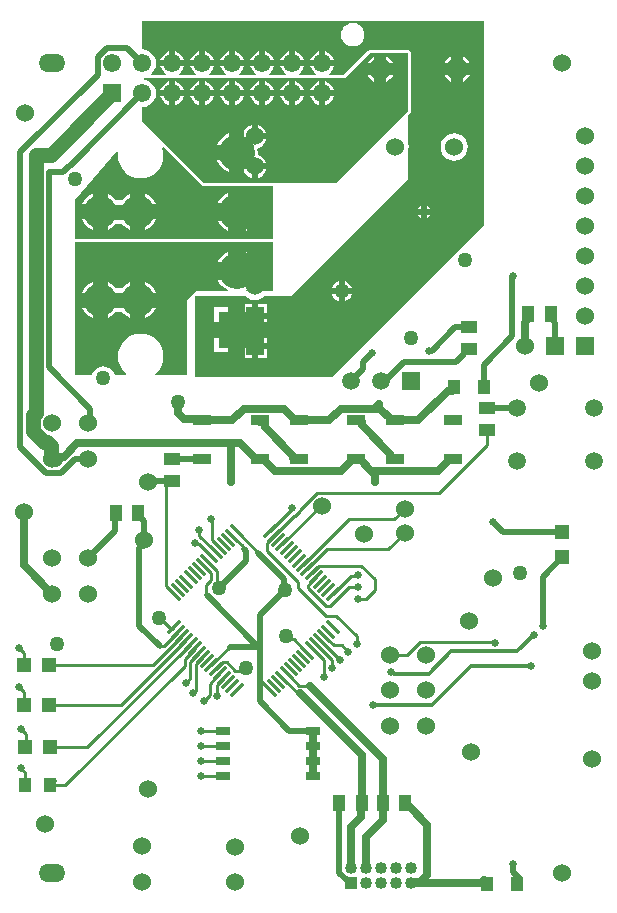
<source format=gtl>
G04*
G04 #@! TF.GenerationSoftware,Altium Limited,Altium Designer,19.1.8 (144)*
G04*
G04 Layer_Physical_Order=1*
G04 Layer_Color=255*
%FSLAX25Y25*%
%MOIN*%
G70*
G01*
G75*
%ADD10C,0.01000*%
%ADD16R,0.04134X0.05512*%
%ADD17R,0.05512X0.04134*%
%ADD18R,0.05906X0.03543*%
%ADD19R,0.05000X0.02992*%
%ADD20R,0.04724X0.04724*%
G04:AMPARAMS|DCode=21|XSize=61.02mil|YSize=11.81mil|CornerRadius=0mil|HoleSize=0mil|Usage=FLASHONLY|Rotation=135.000|XOffset=0mil|YOffset=0mil|HoleType=Round|Shape=Rectangle|*
%AMROTATEDRECTD21*
4,1,4,0.02575,-0.01740,0.01740,-0.02575,-0.02575,0.01740,-0.01740,0.02575,0.02575,-0.01740,0.0*
%
%ADD21ROTATEDRECTD21*%

G04:AMPARAMS|DCode=22|XSize=61.02mil|YSize=11.81mil|CornerRadius=0mil|HoleSize=0mil|Usage=FLASHONLY|Rotation=45.000|XOffset=0mil|YOffset=0mil|HoleType=Round|Shape=Rectangle|*
%AMROTATEDRECTD22*
4,1,4,-0.01740,-0.02575,-0.02575,-0.01740,0.01740,0.02575,0.02575,0.01740,-0.01740,-0.02575,0.0*
%
%ADD22ROTATEDRECTD22*%

%ADD23R,0.04331X0.04724*%
%ADD24R,0.04331X0.04921*%
%ADD25R,0.04724X0.04724*%
%ADD52C,0.02000*%
%ADD53C,0.02500*%
%ADD54C,0.05000*%
%ADD55C,0.01200*%
%ADD56C,0.00800*%
%ADD57O,0.08900X0.06000*%
%ADD58R,0.04000X0.04000*%
%ADD59C,0.04000*%
%ADD60C,0.06000*%
%ADD61C,0.10984*%
%ADD62C,0.05898*%
%ADD63C,0.07284*%
%ADD64C,0.05906*%
%ADD65R,0.05906X0.05906*%
%ADD66R,0.12000X0.12000*%
%ADD67C,0.12000*%
%ADD68R,0.06000X0.06000*%
%ADD69C,0.06102*%
%ADD70R,0.06102X0.06102*%
%ADD71C,0.02500*%
%ADD72C,0.05000*%
G36*
X64779Y244279D02*
X65110Y244058D01*
X65500Y243980D01*
X81445D01*
X81511Y243993D01*
X81579Y243989D01*
X82500Y244110D01*
X83421Y243989D01*
X83489Y243993D01*
X83555Y243980D01*
X88500D01*
Y226520D01*
X22500D01*
Y239500D01*
X36581Y255822D01*
X37019Y255564D01*
X36885Y254201D01*
X37031Y252718D01*
X37463Y251293D01*
X38165Y249979D01*
X39110Y248827D01*
X40262Y247882D01*
X41576Y247180D01*
X43002Y246747D01*
X44484Y246601D01*
X45967Y246747D01*
X47392Y247180D01*
X48706Y247882D01*
X49858Y248827D01*
X50803Y249979D01*
X51505Y251293D01*
X51938Y252718D01*
X52084Y254201D01*
X51938Y255683D01*
X51620Y256731D01*
X52062Y256996D01*
X64779Y244279D01*
D02*
G37*
G36*
X133500Y269000D02*
X109500Y245000D01*
X83555D01*
X82500Y245139D01*
X81445Y245000D01*
X65500D01*
X45000Y265500D01*
Y270409D01*
X46188Y270566D01*
X47295Y271024D01*
X48246Y271754D01*
X48976Y272705D01*
X49434Y273812D01*
X49590Y275000D01*
X49434Y276188D01*
X48976Y277295D01*
X48246Y278246D01*
X47295Y278976D01*
X46188Y279434D01*
X45687Y279500D01*
X45720Y280000D01*
X112500D01*
X121000Y288500D01*
X133500D01*
X133500Y269000D01*
D02*
G37*
G36*
X88500Y209000D02*
X79688D01*
X79563Y209500D01*
X80408Y209951D01*
X81474Y210826D01*
X82349Y211892D01*
X82834Y212800D01*
X76500D01*
X70166D01*
X70652Y211892D01*
X71526Y210826D01*
X72592Y209951D01*
X73437Y209500D01*
X73312Y209000D01*
X63000D01*
X62520Y208520D01*
X62500D01*
X62110Y208442D01*
X61779Y208221D01*
X61558Y207890D01*
X61480Y207500D01*
Y207480D01*
X60000Y206000D01*
Y181000D01*
X49458D01*
X49290Y181471D01*
X49858Y181937D01*
X50803Y183089D01*
X51505Y184403D01*
X51938Y185828D01*
X52084Y187311D01*
X51938Y188794D01*
X51505Y190219D01*
X50803Y191533D01*
X49858Y192685D01*
X48706Y193630D01*
X47392Y194332D01*
X45967Y194765D01*
X44484Y194911D01*
X43002Y194765D01*
X41576Y194332D01*
X40262Y193630D01*
X39110Y192685D01*
X38165Y191533D01*
X37463Y190219D01*
X37031Y188794D01*
X36885Y187311D01*
X37031Y185828D01*
X37463Y184403D01*
X38165Y183089D01*
X39110Y181937D01*
X39679Y181471D01*
X39511Y181000D01*
X35903D01*
X35897Y181044D01*
X35494Y182017D01*
X34853Y182853D01*
X34017Y183494D01*
X33044Y183897D01*
X32000Y184035D01*
X30956Y183897D01*
X29983Y183494D01*
X29147Y182853D01*
X28506Y182017D01*
X28103Y181044D01*
X28097Y181000D01*
X22500D01*
Y225500D01*
X88500D01*
Y209000D01*
D02*
G37*
G36*
X159000Y231000D02*
X108500Y180500D01*
X62500Y180500D01*
X62500Y207500D01*
X79207Y207500D01*
X79291Y207391D01*
X80231Y206669D01*
X81325Y206216D01*
X82500Y206061D01*
X83675Y206216D01*
X84769Y206669D01*
X85709Y207391D01*
X85793Y207500D01*
X94500D01*
X133500Y246500D01*
Y255481D01*
X133684Y255925D01*
X133839Y257100D01*
X133684Y258275D01*
X133500Y258719D01*
X133500Y267558D01*
X134221Y268279D01*
X134442Y268610D01*
X134520Y269000D01*
X134520Y288500D01*
X134442Y288890D01*
X134221Y289221D01*
X133890Y289442D01*
X133500Y289520D01*
X121000D01*
X120610Y289442D01*
X120279Y289221D01*
X112078Y281020D01*
X107255D01*
X107154Y281230D01*
X107119Y281520D01*
X107889Y282111D01*
X108539Y282957D01*
X108947Y283942D01*
X108955Y284000D01*
X101046D01*
X101053Y283942D01*
X101461Y282957D01*
X102111Y282111D01*
X102881Y281520D01*
X102846Y281230D01*
X102745Y281020D01*
X97255D01*
X97154Y281230D01*
X97119Y281520D01*
X97889Y282111D01*
X98539Y282957D01*
X98947Y283942D01*
X98954Y284000D01*
X91045D01*
X91053Y283942D01*
X91461Y282957D01*
X92111Y282111D01*
X92881Y281520D01*
X92846Y281230D01*
X92745Y281020D01*
X87255D01*
X87154Y281230D01*
X87119Y281520D01*
X87889Y282111D01*
X88539Y282957D01*
X88947Y283942D01*
X88955Y284000D01*
X81046D01*
X81053Y283942D01*
X81461Y282957D01*
X82111Y282111D01*
X82881Y281520D01*
X82846Y281230D01*
X82745Y281020D01*
X77255D01*
X77154Y281230D01*
X77119Y281520D01*
X77889Y282111D01*
X78539Y282957D01*
X78947Y283942D01*
X78954Y284000D01*
X71046D01*
X71053Y283942D01*
X71461Y282957D01*
X72111Y282111D01*
X72881Y281520D01*
X72846Y281230D01*
X72745Y281020D01*
X67255D01*
X67154Y281230D01*
X67119Y281520D01*
X67889Y282111D01*
X68539Y282957D01*
X68947Y283942D01*
X68954Y284000D01*
X61045D01*
X61053Y283942D01*
X61461Y282957D01*
X62111Y282111D01*
X62881Y281520D01*
X62846Y281230D01*
X62745Y281020D01*
X57255D01*
X57154Y281230D01*
X57119Y281520D01*
X57889Y282111D01*
X58539Y282957D01*
X58947Y283942D01*
X58955Y284000D01*
X51046D01*
X51053Y283942D01*
X51461Y282957D01*
X52111Y282111D01*
X52881Y281520D01*
X52846Y281230D01*
X52745Y281020D01*
X48110D01*
X47940Y281520D01*
X48246Y281754D01*
X48976Y282705D01*
X49434Y283812D01*
X49590Y285000D01*
X49434Y286188D01*
X48976Y287295D01*
X48246Y288246D01*
X47295Y288976D01*
X46188Y289434D01*
X45000Y289591D01*
Y298980D01*
X159000Y298980D01*
Y231000D01*
D02*
G37*
%LPC*%
G36*
X79500Y241834D02*
Y238500D01*
X82834D01*
X82349Y239408D01*
X81474Y240474D01*
X80408Y241349D01*
X79500Y241834D01*
D02*
G37*
G36*
X73500D02*
X72592Y241349D01*
X71526Y240474D01*
X70652Y239408D01*
X70166Y238500D01*
X73500D01*
Y241834D01*
D02*
G37*
G36*
X46000Y241525D02*
Y238000D01*
X49525D01*
X48924Y239124D01*
X48113Y240113D01*
X47124Y240924D01*
X46000Y241525D01*
D02*
G37*
G36*
X28480D02*
X27356Y240924D01*
X26368Y240113D01*
X25556Y239124D01*
X24955Y238000D01*
X28480D01*
Y241525D01*
D02*
G37*
G36*
X49525Y233000D02*
X46000D01*
Y229475D01*
X47124Y230076D01*
X48113Y230887D01*
X48924Y231876D01*
X49525Y233000D01*
D02*
G37*
G36*
X28480D02*
X24955D01*
X25556Y231876D01*
X26368Y230887D01*
X27356Y230076D01*
X28480Y229475D01*
Y233000D01*
D02*
G37*
G36*
X33480Y241525D02*
Y235500D01*
Y229475D01*
X34605Y230076D01*
X35593Y230887D01*
X36068Y231466D01*
X38413D01*
X38887Y230887D01*
X39876Y230076D01*
X41000Y229475D01*
Y235500D01*
Y241525D01*
X39876Y240924D01*
X38887Y240113D01*
X38413Y239534D01*
X36068D01*
X35593Y240113D01*
X34605Y240924D01*
X33480Y241525D01*
D02*
G37*
G36*
X82834Y232500D02*
X79500D01*
Y229166D01*
X80408Y229651D01*
X81474Y230526D01*
X82349Y231592D01*
X82834Y232500D01*
D02*
G37*
G36*
X73500D02*
X70166D01*
X70652Y231592D01*
X71526Y230526D01*
X72592Y229651D01*
X73500Y229166D01*
Y232500D01*
D02*
G37*
G36*
X126409Y287196D02*
Y285000D01*
X128605D01*
X128464Y285341D01*
X127720Y286311D01*
X126750Y287054D01*
X126409Y287196D01*
D02*
G37*
G36*
X122409D02*
X122069Y287054D01*
X121099Y286311D01*
X120355Y285341D01*
X120214Y285000D01*
X122409D01*
Y287196D01*
D02*
G37*
G36*
X128605Y281000D02*
X126409D01*
Y278804D01*
X126750Y278945D01*
X127720Y279690D01*
X128464Y280659D01*
X128605Y281000D01*
D02*
G37*
G36*
X122409D02*
X120214D01*
X120355Y280659D01*
X121099Y279690D01*
X122069Y278945D01*
X122409Y278804D01*
Y281000D01*
D02*
G37*
G36*
X106000Y278955D02*
Y276000D01*
X108955D01*
X108947Y276058D01*
X108539Y277043D01*
X107889Y277889D01*
X107043Y278539D01*
X106058Y278947D01*
X106000Y278955D01*
D02*
G37*
G36*
X104000D02*
X103942Y278947D01*
X102957Y278539D01*
X102111Y277889D01*
X101461Y277043D01*
X101053Y276058D01*
X101046Y276000D01*
X104000D01*
Y278955D01*
D02*
G37*
G36*
X96000D02*
Y276000D01*
X98954D01*
X98947Y276058D01*
X98539Y277043D01*
X97889Y277889D01*
X97043Y278539D01*
X96058Y278947D01*
X96000Y278955D01*
D02*
G37*
G36*
X94000D02*
X93942Y278947D01*
X92957Y278539D01*
X92111Y277889D01*
X91461Y277043D01*
X91053Y276058D01*
X91045Y276000D01*
X94000D01*
Y278955D01*
D02*
G37*
G36*
X86000D02*
Y276000D01*
X88955D01*
X88947Y276058D01*
X88539Y277043D01*
X87889Y277889D01*
X87043Y278539D01*
X86058Y278947D01*
X86000Y278955D01*
D02*
G37*
G36*
X84000D02*
X83942Y278947D01*
X82957Y278539D01*
X82111Y277889D01*
X81461Y277043D01*
X81053Y276058D01*
X81046Y276000D01*
X84000D01*
Y278955D01*
D02*
G37*
G36*
X76000D02*
Y276000D01*
X78954D01*
X78947Y276058D01*
X78539Y277043D01*
X77889Y277889D01*
X77043Y278539D01*
X76058Y278947D01*
X76000Y278955D01*
D02*
G37*
G36*
X74000D02*
X73942Y278947D01*
X72957Y278539D01*
X72111Y277889D01*
X71461Y277043D01*
X71053Y276058D01*
X71046Y276000D01*
X74000D01*
Y278955D01*
D02*
G37*
G36*
X66000D02*
Y276000D01*
X68954D01*
X68947Y276058D01*
X68539Y277043D01*
X67889Y277889D01*
X67043Y278539D01*
X66058Y278947D01*
X66000Y278955D01*
D02*
G37*
G36*
X64000D02*
X63942Y278947D01*
X62957Y278539D01*
X62111Y277889D01*
X61461Y277043D01*
X61053Y276058D01*
X61045Y276000D01*
X64000D01*
Y278955D01*
D02*
G37*
G36*
X56000D02*
Y276000D01*
X58955D01*
X58947Y276058D01*
X58539Y277043D01*
X57889Y277889D01*
X57043Y278539D01*
X56058Y278947D01*
X56000Y278955D01*
D02*
G37*
G36*
X54000D02*
X53942Y278947D01*
X52957Y278539D01*
X52111Y277889D01*
X51461Y277043D01*
X51053Y276058D01*
X51046Y276000D01*
X54000D01*
Y278955D01*
D02*
G37*
G36*
X108955Y274000D02*
X106000D01*
Y271045D01*
X106058Y271053D01*
X107043Y271461D01*
X107889Y272111D01*
X108539Y272957D01*
X108947Y273942D01*
X108955Y274000D01*
D02*
G37*
G36*
X104000D02*
X101046D01*
X101053Y273942D01*
X101461Y272957D01*
X102111Y272111D01*
X102957Y271461D01*
X103942Y271053D01*
X104000Y271045D01*
Y274000D01*
D02*
G37*
G36*
X98954D02*
X96000D01*
Y271045D01*
X96058Y271053D01*
X97043Y271461D01*
X97889Y272111D01*
X98539Y272957D01*
X98947Y273942D01*
X98954Y274000D01*
D02*
G37*
G36*
X94000D02*
X91045D01*
X91053Y273942D01*
X91461Y272957D01*
X92111Y272111D01*
X92957Y271461D01*
X93942Y271053D01*
X94000Y271045D01*
Y274000D01*
D02*
G37*
G36*
X88955D02*
X86000D01*
Y271045D01*
X86058Y271053D01*
X87043Y271461D01*
X87889Y272111D01*
X88539Y272957D01*
X88947Y273942D01*
X88955Y274000D01*
D02*
G37*
G36*
X84000D02*
X81046D01*
X81053Y273942D01*
X81461Y272957D01*
X82111Y272111D01*
X82957Y271461D01*
X83942Y271053D01*
X84000Y271045D01*
Y274000D01*
D02*
G37*
G36*
X78954D02*
X76000D01*
Y271045D01*
X76058Y271053D01*
X77043Y271461D01*
X77889Y272111D01*
X78539Y272957D01*
X78947Y273942D01*
X78954Y274000D01*
D02*
G37*
G36*
X74000D02*
X71046D01*
X71053Y273942D01*
X71461Y272957D01*
X72111Y272111D01*
X72957Y271461D01*
X73942Y271053D01*
X74000Y271045D01*
Y274000D01*
D02*
G37*
G36*
X68954D02*
X66000D01*
Y271045D01*
X66058Y271053D01*
X67043Y271461D01*
X67889Y272111D01*
X68539Y272957D01*
X68947Y273942D01*
X68954Y274000D01*
D02*
G37*
G36*
X64000D02*
X61045D01*
X61053Y273942D01*
X61461Y272957D01*
X62111Y272111D01*
X62957Y271461D01*
X63942Y271053D01*
X64000Y271045D01*
Y274000D01*
D02*
G37*
G36*
X58955D02*
X56000D01*
Y271045D01*
X56058Y271053D01*
X57043Y271461D01*
X57889Y272111D01*
X58539Y272957D01*
X58947Y273942D01*
X58955Y274000D01*
D02*
G37*
G36*
X54000D02*
X51046D01*
X51053Y273942D01*
X51461Y272957D01*
X52111Y272111D01*
X52957Y271461D01*
X53942Y271053D01*
X54000Y271045D01*
Y274000D01*
D02*
G37*
G36*
X83500Y264503D02*
Y261600D01*
X86403D01*
X86397Y261644D01*
X85994Y262617D01*
X85353Y263453D01*
X84517Y264094D01*
X83544Y264497D01*
X83500Y264503D01*
D02*
G37*
G36*
X74000Y261757D02*
X73808Y261699D01*
X72592Y261049D01*
X71526Y260174D01*
X70652Y259108D01*
X70002Y257892D01*
X69943Y257700D01*
X74000D01*
Y261757D01*
D02*
G37*
G36*
Y252700D02*
X69943D01*
X70002Y252508D01*
X70652Y251292D01*
X71526Y250226D01*
X72592Y249352D01*
X73808Y248702D01*
X74000Y248643D01*
Y252700D01*
D02*
G37*
G36*
X86403Y249600D02*
X83500D01*
Y246697D01*
X83544Y246703D01*
X84517Y247106D01*
X85353Y247747D01*
X85994Y248583D01*
X86397Y249556D01*
X86403Y249600D01*
D02*
G37*
G36*
X81500Y264503D02*
X81456Y264497D01*
X80483Y264094D01*
X79647Y263453D01*
X79006Y262617D01*
X79000Y262603D01*
Y255200D01*
Y248597D01*
X79006Y248583D01*
X79647Y247747D01*
X80483Y247106D01*
X81456Y246703D01*
X81500Y246697D01*
Y250600D01*
X82500D01*
Y251600D01*
X86403D01*
X86397Y251644D01*
X85994Y252617D01*
X85353Y253453D01*
X84517Y254094D01*
X83544Y254497D01*
X83466Y254507D01*
X83534Y255200D01*
X83399Y256572D01*
X83477Y256694D01*
X83544Y256703D01*
X84517Y257106D01*
X85353Y257747D01*
X85994Y258583D01*
X86397Y259556D01*
X86403Y259600D01*
X82500D01*
Y260600D01*
X81500D01*
Y264503D01*
D02*
G37*
G36*
X79500Y222134D02*
Y218800D01*
X82834D01*
X82349Y219708D01*
X81474Y220774D01*
X80408Y221649D01*
X79500Y222134D01*
D02*
G37*
G36*
X73500D02*
X72592Y221649D01*
X71526Y220774D01*
X70652Y219708D01*
X70166Y218800D01*
X73500D01*
Y222134D01*
D02*
G37*
G36*
X46000Y212037D02*
Y208512D01*
X49525D01*
X48924Y209636D01*
X48113Y210625D01*
X47124Y211436D01*
X46000Y212037D01*
D02*
G37*
G36*
X28480D02*
X27356Y211436D01*
X26368Y210625D01*
X25556Y209636D01*
X24955Y208512D01*
X28480D01*
Y212037D01*
D02*
G37*
G36*
X49525Y203512D02*
X46000D01*
Y199987D01*
X47124Y200588D01*
X48113Y201399D01*
X48924Y202387D01*
X49525Y203512D01*
D02*
G37*
G36*
X28480D02*
X24955D01*
X25556Y202387D01*
X26368Y201399D01*
X27356Y200588D01*
X28480Y199987D01*
Y203512D01*
D02*
G37*
G36*
X33480Y212037D02*
Y206012D01*
Y199987D01*
X34605Y200588D01*
X35593Y201399D01*
X36068Y201977D01*
X38413D01*
X38887Y201399D01*
X39876Y200588D01*
X41000Y199987D01*
Y206012D01*
Y212037D01*
X39876Y211436D01*
X38887Y210625D01*
X38413Y210046D01*
X36068D01*
X35593Y210625D01*
X34605Y211436D01*
X33480Y212037D01*
D02*
G37*
G36*
X115157Y298392D02*
X114149Y298259D01*
X113210Y297870D01*
X112403Y297251D01*
X111784Y296444D01*
X111395Y295504D01*
X111262Y294496D01*
X111395Y293488D01*
X111784Y292548D01*
X112403Y291741D01*
X113210Y291122D01*
X114149Y290733D01*
X115157Y290600D01*
X116166Y290733D01*
X117105Y291122D01*
X117912Y291741D01*
X118531Y292548D01*
X118920Y293488D01*
X119053Y294496D01*
X118920Y295504D01*
X118531Y296444D01*
X117912Y297251D01*
X117105Y297870D01*
X116166Y298259D01*
X115157Y298392D01*
D02*
G37*
G36*
X106000Y288954D02*
Y286000D01*
X108955D01*
X108947Y286058D01*
X108539Y287043D01*
X107889Y287889D01*
X107043Y288539D01*
X106058Y288947D01*
X106000Y288954D01*
D02*
G37*
G36*
X104000D02*
X103942Y288947D01*
X102957Y288539D01*
X102111Y287889D01*
X101461Y287043D01*
X101053Y286058D01*
X101046Y286000D01*
X104000D01*
Y288954D01*
D02*
G37*
G36*
X96000D02*
Y286000D01*
X98954D01*
X98947Y286058D01*
X98539Y287043D01*
X97889Y287889D01*
X97043Y288539D01*
X96058Y288947D01*
X96000Y288954D01*
D02*
G37*
G36*
X94000D02*
X93942Y288947D01*
X92957Y288539D01*
X92111Y287889D01*
X91461Y287043D01*
X91053Y286058D01*
X91045Y286000D01*
X94000D01*
Y288954D01*
D02*
G37*
G36*
X86000D02*
Y286000D01*
X88955D01*
X88947Y286058D01*
X88539Y287043D01*
X87889Y287889D01*
X87043Y288539D01*
X86058Y288947D01*
X86000Y288954D01*
D02*
G37*
G36*
X84000D02*
X83942Y288947D01*
X82957Y288539D01*
X82111Y287889D01*
X81461Y287043D01*
X81053Y286058D01*
X81046Y286000D01*
X84000D01*
Y288954D01*
D02*
G37*
G36*
X76000D02*
Y286000D01*
X78954D01*
X78947Y286058D01*
X78539Y287043D01*
X77889Y287889D01*
X77043Y288539D01*
X76058Y288947D01*
X76000Y288954D01*
D02*
G37*
G36*
X74000D02*
X73942Y288947D01*
X72957Y288539D01*
X72111Y287889D01*
X71461Y287043D01*
X71053Y286058D01*
X71046Y286000D01*
X74000D01*
Y288954D01*
D02*
G37*
G36*
X66000D02*
Y286000D01*
X68954D01*
X68947Y286058D01*
X68539Y287043D01*
X67889Y287889D01*
X67043Y288539D01*
X66058Y288947D01*
X66000Y288954D01*
D02*
G37*
G36*
X64000D02*
X63942Y288947D01*
X62957Y288539D01*
X62111Y287889D01*
X61461Y287043D01*
X61053Y286058D01*
X61045Y286000D01*
X64000D01*
Y288954D01*
D02*
G37*
G36*
X56000D02*
Y286000D01*
X58955D01*
X58947Y286058D01*
X58539Y287043D01*
X57889Y287889D01*
X57043Y288539D01*
X56058Y288947D01*
X56000Y288954D01*
D02*
G37*
G36*
X54000D02*
X53942Y288947D01*
X52957Y288539D01*
X52111Y287889D01*
X51461Y287043D01*
X51053Y286058D01*
X51046Y286000D01*
X54000D01*
Y288954D01*
D02*
G37*
G36*
X152000Y287196D02*
Y285000D01*
X154196D01*
X154054Y285341D01*
X153311Y286311D01*
X152341Y287054D01*
X152000Y287196D01*
D02*
G37*
G36*
X148000D02*
X147659Y287054D01*
X146689Y286311D01*
X145946Y285341D01*
X145804Y285000D01*
X148000D01*
Y287196D01*
D02*
G37*
G36*
X154196Y281000D02*
X152000D01*
Y278804D01*
X152341Y278945D01*
X153311Y279690D01*
X154054Y280659D01*
X154196Y281000D01*
D02*
G37*
G36*
X148000D02*
X145804D01*
X145946Y280659D01*
X146689Y279690D01*
X147659Y278945D01*
X148000Y278804D01*
Y281000D01*
D02*
G37*
G36*
X149000Y261639D02*
X147825Y261484D01*
X146731Y261031D01*
X145791Y260309D01*
X145069Y259369D01*
X144616Y258275D01*
X144461Y257100D01*
X144616Y255925D01*
X145069Y254831D01*
X145791Y253891D01*
X146731Y253169D01*
X147825Y252716D01*
X149000Y252561D01*
X150175Y252716D01*
X151269Y253169D01*
X152209Y253891D01*
X152931Y254831D01*
X153384Y255925D01*
X153539Y257100D01*
X153384Y258275D01*
X152931Y259369D01*
X152209Y260309D01*
X151269Y261031D01*
X150175Y261484D01*
X149000Y261639D01*
D02*
G37*
G36*
X140000Y237538D02*
Y236500D01*
X141038D01*
X140622Y237122D01*
X140000Y237538D01*
D02*
G37*
G36*
X138000D02*
X137378Y237122D01*
X136962Y236500D01*
X138000D01*
Y237538D01*
D02*
G37*
G36*
X141038Y234500D02*
X140000D01*
Y233462D01*
X140622Y233878D01*
X141038Y234500D01*
D02*
G37*
G36*
X138000D02*
X136962D01*
X137378Y233878D01*
X138000Y233462D01*
Y234500D01*
D02*
G37*
G36*
X112500Y212374D02*
Y210000D01*
X114874D01*
X114557Y210765D01*
X113996Y211496D01*
X113265Y212057D01*
X112500Y212374D01*
D02*
G37*
G36*
X110500D02*
X109735Y212057D01*
X109004Y211496D01*
X108443Y210765D01*
X108126Y210000D01*
X110500D01*
Y212374D01*
D02*
G37*
G36*
X114874Y208000D02*
X112500D01*
Y205626D01*
X113265Y205943D01*
X113996Y206504D01*
X114557Y207235D01*
X114874Y208000D01*
D02*
G37*
G36*
X110500D02*
X108126D01*
X108443Y207235D01*
X109004Y206504D01*
X109735Y205943D01*
X110500Y205626D01*
Y208000D01*
D02*
G37*
G36*
X86500Y204600D02*
X83500D01*
Y201600D01*
X86500D01*
Y204600D01*
D02*
G37*
G36*
X81500D02*
X79250D01*
Y198850D01*
X86500D01*
Y199600D01*
X82500D01*
Y200600D01*
X81500D01*
Y204600D01*
D02*
G37*
G36*
X73750Y203600D02*
X69000D01*
Y198850D01*
X73750D01*
Y203600D01*
D02*
G37*
G36*
Y193350D02*
X69000D01*
Y188600D01*
X73750D01*
Y193350D01*
D02*
G37*
G36*
X86500Y189600D02*
X83500D01*
Y186600D01*
X86500D01*
Y189600D01*
D02*
G37*
G36*
Y193350D02*
X79250D01*
Y186600D01*
X81500D01*
Y190600D01*
X82500D01*
Y191600D01*
X86500D01*
Y193350D01*
D02*
G37*
%LPD*%
D10*
X95000Y136379D02*
Y136736D01*
X87568Y128947D02*
X95000Y136379D01*
X50750Y100000D02*
X51000D01*
X54746Y96254D01*
X54874D01*
X55553Y96932D01*
X79500Y83139D02*
Y83500D01*
X76086Y82553D02*
X78914D01*
X73143Y85496D02*
X76086Y82553D01*
X78914D02*
X79500Y83139D01*
X70000Y110500D02*
X70500Y110000D01*
X70000Y110500D02*
Y115892D01*
X66689Y119203D02*
X70000Y115892D01*
X72066Y85496D02*
X73143D01*
X69583Y83013D02*
X72066Y85496D01*
X69473Y83013D02*
X69583D01*
X93000Y94000D02*
X93957Y93043D01*
X95632D01*
X100095Y88581D01*
X75040Y127555D02*
X78500Y124095D01*
Y123500D02*
Y124095D01*
Y123500D02*
X79000Y123000D01*
X100095Y88470D02*
Y88581D01*
X69773Y74227D02*
X70000Y74000D01*
X69773Y74227D02*
Y77636D01*
X72256Y80119D01*
Y80229D01*
X65500Y72500D02*
X67450Y74450D01*
Y78206D01*
X70864Y81621D01*
X55553Y108068D02*
Y108178D01*
X53070Y110661D02*
X55553Y108178D01*
X53070Y110661D02*
Y144193D01*
X54637Y145760D01*
X55000D01*
X116500Y91432D02*
Y94000D01*
X109693Y100807D02*
X116500Y94000D01*
X159311Y162760D02*
X160000Y162071D01*
X86476Y122523D02*
X96796Y112204D01*
Y110204D02*
Y112204D01*
X86476Y124961D02*
X88960Y127445D01*
X86476Y122523D02*
Y124961D01*
X96796Y110204D02*
X106193Y100807D01*
X109693D01*
X88960Y127445D02*
Y127555D01*
X122176Y141700D02*
X143904D01*
X122076Y141800D02*
X122176Y141700D01*
X103219Y141800D02*
X122076D01*
X143904Y141700D02*
X160000Y157796D01*
Y162071D01*
X97550Y135679D02*
Y136131D01*
X96056Y134186D02*
X97550Y135679D01*
X95686Y134186D02*
X96056D01*
X89055Y127555D02*
X95686Y134186D01*
X88960Y127555D02*
X89055D01*
X97550Y136131D02*
X103219Y141800D01*
X159311Y162760D02*
X160000D01*
X52205Y90800D02*
X56945Y95540D01*
X51547Y90800D02*
X52205D01*
X50770Y90730D02*
X51477D01*
X51547Y90800D01*
X64539Y47461D02*
X64579Y47500D01*
X72000D01*
X64539Y52461D02*
X64579Y52500D01*
X72000D01*
X64539Y57461D02*
X64579Y57500D01*
X72000D01*
X64500Y62500D02*
X72000D01*
X4000Y90000D02*
X5732Y88268D01*
Y84300D02*
Y88268D01*
X4000Y77000D02*
X5732Y75268D01*
Y71000D02*
Y75268D01*
X6232Y57300D02*
Y59300D01*
Y61268D01*
X4500Y63000D02*
X6232Y61268D01*
X4500Y50000D02*
X6036Y48464D01*
Y44300D02*
Y48464D01*
X141392Y92000D02*
X162500D01*
X141281Y92111D02*
X141392Y92000D01*
X137719Y92111D02*
X141281D01*
X133419Y87811D02*
X137719Y92111D01*
X127689Y87811D02*
X133419D01*
X98843Y77500D02*
X101000D01*
X98792Y77550D02*
X98843Y77500D01*
X97206Y77550D02*
X98792D01*
X93136Y81621D02*
X97206Y77550D01*
X96973Y75000D02*
X97736D01*
X91744Y80229D02*
X96973Y75000D01*
X91744Y124771D02*
X104473Y137500D01*
X105000D01*
X107693Y104193D02*
X114000Y110500D01*
X117000D01*
X106169Y104193D02*
X107693D01*
X103385Y106976D02*
X106169Y104193D01*
X103385Y106976D02*
X103385D01*
X100396Y109965D02*
X103385Y106976D01*
X100396Y109965D02*
Y111042D01*
X102879Y113525D01*
Y113636D01*
X61014Y85579D02*
X63905Y88470D01*
X61014Y80092D02*
Y85579D01*
X63905Y88470D02*
Y88581D01*
X59461Y78539D02*
X61014Y80092D01*
X62814Y84595D02*
X65226Y87007D01*
X62814Y75814D02*
Y84595D01*
X65226Y87007D02*
Y87007D01*
X62000Y75000D02*
X62814Y75814D01*
X114592Y114213D02*
X116713D01*
X108447Y108068D02*
X114592Y114213D01*
X116713D02*
X117000Y114500D01*
X14000Y84300D02*
X48489D01*
X58337Y94148D01*
X14134Y57000D02*
X26756D01*
X61121Y91364D01*
X14000Y71000D02*
X37973D01*
X59729Y92756D01*
X59214Y86563D02*
X62513Y89862D01*
X19340Y44300D02*
X59214Y84173D01*
Y86563D01*
X62513Y89862D02*
Y89973D01*
X14303Y44300D02*
X19340D01*
X68081Y84405D02*
X74176Y90500D01*
X66200Y107926D02*
Y111074D01*
Y107926D02*
X66500Y107626D01*
X84121Y79500D02*
X87568Y76053D01*
X65297Y117701D02*
Y117811D01*
X67780Y112654D02*
Y115218D01*
X66200Y111074D02*
X67780Y112654D01*
X65297Y117701D02*
X67780Y115218D01*
X76432Y128947D02*
X83500Y121879D01*
X63963Y124713D02*
X68081Y120595D01*
X62787Y124713D02*
X63963D01*
X62500Y125000D02*
X62787Y124713D01*
X64000Y127460D02*
Y129500D01*
Y127460D02*
X69473Y121987D01*
X68000Y132594D02*
Y133000D01*
Y132594D02*
X68381Y132213D01*
Y125972D02*
Y132213D01*
Y125972D02*
X70864Y123489D01*
Y123379D02*
Y123489D01*
X119500Y106500D02*
X122500Y109500D01*
X117000Y106500D02*
X119500D01*
X122500Y109500D02*
Y113000D01*
X117989Y117511D02*
X122500Y113000D01*
X104081Y117511D02*
X117989D01*
X101597Y115027D02*
X104081Y117511D01*
X101487Y115027D02*
X101597D01*
X101487Y114917D02*
Y115027D01*
X111491Y90930D02*
X113711Y88711D01*
X108881Y90930D02*
X111491D01*
X105663Y94148D02*
X108881Y90930D01*
X108070Y88930D02*
X111000Y86000D01*
X108053Y88930D02*
X108070D01*
X104249Y92734D02*
X108053Y88930D01*
X108289Y83289D02*
Y85954D01*
X102879Y91364D02*
X108289Y85954D01*
X105539Y80618D02*
Y85920D01*
X101487Y89973D02*
X105539Y85920D01*
Y80618D02*
X105579Y80579D01*
X113892Y133000D02*
X129000D01*
X132500Y136500D01*
X98703Y117811D02*
X113892Y133000D01*
X106676Y123000D02*
X127000D01*
X132500Y128500D01*
X100095Y116419D02*
X106676Y123000D01*
D16*
X132740Y38500D02*
D03*
X125260D02*
D03*
X118240D02*
D03*
X110760D02*
D03*
X36260Y135000D02*
D03*
X43740D02*
D03*
X181240Y201500D02*
D03*
X173760D02*
D03*
D17*
X154000Y197240D02*
D03*
Y189760D02*
D03*
X160000Y170240D02*
D03*
Y162760D02*
D03*
X55000Y145760D02*
D03*
Y153240D02*
D03*
D18*
X84146Y153004D02*
D03*
Y165996D02*
D03*
X64854D02*
D03*
Y153004D02*
D03*
X116396D02*
D03*
Y165996D02*
D03*
X97104D02*
D03*
Y153004D02*
D03*
X148646Y153004D02*
D03*
Y165996D02*
D03*
X129354D02*
D03*
Y153004D02*
D03*
D19*
X102000Y62500D02*
D03*
Y57500D02*
D03*
Y52500D02*
D03*
Y47500D02*
D03*
X72000D02*
D03*
Y52500D02*
D03*
Y57500D02*
D03*
Y62500D02*
D03*
D20*
X185000Y128634D02*
D03*
Y120366D02*
D03*
D21*
X55553Y108068D02*
D03*
X56945Y109460D02*
D03*
X58337Y110852D02*
D03*
X59729Y112244D02*
D03*
X61121Y113636D02*
D03*
X62513Y115027D02*
D03*
X63905Y116419D02*
D03*
X65297Y117811D02*
D03*
X66689Y119203D02*
D03*
X68081Y120595D02*
D03*
X69473Y121987D02*
D03*
X70864Y123379D02*
D03*
X72256Y124771D02*
D03*
X73648Y126163D02*
D03*
X75040Y127555D02*
D03*
X76432Y128947D02*
D03*
X108447Y96932D02*
D03*
X107055Y95540D02*
D03*
X105663Y94148D02*
D03*
X104271Y92756D02*
D03*
X102879Y91364D02*
D03*
X101487Y89973D02*
D03*
X100095Y88581D02*
D03*
X98703Y87189D02*
D03*
X97311Y85797D02*
D03*
X95919Y84405D02*
D03*
X94527Y83013D02*
D03*
X93136Y81621D02*
D03*
X91744Y80229D02*
D03*
X90352Y78837D02*
D03*
X88960Y77445D02*
D03*
X87568Y76053D02*
D03*
D22*
Y128947D02*
D03*
X88960Y127555D02*
D03*
X90352Y126163D02*
D03*
X91744Y124771D02*
D03*
X93136Y123379D02*
D03*
X94527Y121987D02*
D03*
X95919Y120595D02*
D03*
X97311Y119203D02*
D03*
X98703Y117811D02*
D03*
X100095Y116419D02*
D03*
X101487Y115027D02*
D03*
X102879Y113636D02*
D03*
X104271Y112244D02*
D03*
X105663Y110852D02*
D03*
X107055Y109460D02*
D03*
X108447Y108068D02*
D03*
X76432Y76053D02*
D03*
X75040Y77445D02*
D03*
X73648Y78837D02*
D03*
X72256Y80229D02*
D03*
X70864Y81621D02*
D03*
X69473Y83013D02*
D03*
X68081Y84405D02*
D03*
X66689Y85797D02*
D03*
X65297Y87189D02*
D03*
X63905Y88581D02*
D03*
X62513Y89973D02*
D03*
X61121Y91364D02*
D03*
X59729Y92756D02*
D03*
X58337Y94148D02*
D03*
X56945Y95540D02*
D03*
X55553Y96932D02*
D03*
D23*
X6036Y44300D02*
D03*
X14303D02*
D03*
D24*
X158921Y177000D02*
D03*
X149079D02*
D03*
X169842Y11500D02*
D03*
X160000D02*
D03*
D25*
X5732Y84300D02*
D03*
X14000D02*
D03*
X5732Y71000D02*
D03*
X14000D02*
D03*
X5866Y57000D02*
D03*
X14134D02*
D03*
D52*
X149500Y185260D02*
X152244Y188004D01*
Y188693D01*
X153311Y189760D01*
X154000D01*
X141596Y189096D02*
X149416Y196916D01*
X140596Y189096D02*
X141596D01*
X149416Y196916D02*
X153675D01*
X154000Y197240D01*
X140500Y189000D02*
X140596Y189096D01*
X158921Y177000D02*
Y184514D01*
X132309Y185260D02*
X149500D01*
X126392Y179343D02*
X132309Y185260D01*
X124843Y179343D02*
X126392D01*
X124500Y179000D02*
X124843Y179343D01*
X118500Y183000D02*
Y185500D01*
X121500Y188500D01*
X114500Y179000D02*
X118500Y183000D01*
X84121Y72379D02*
Y79500D01*
X168404Y213904D02*
X168500Y214000D01*
X158921Y184514D02*
X168404Y193997D01*
X168500Y15516D02*
Y18000D01*
Y15516D02*
X171008Y13008D01*
Y12665D02*
Y13008D01*
X30149Y281230D02*
Y287009D01*
X4400Y255481D02*
X30149Y281230D01*
X33139Y290000D02*
X40000D01*
X45000Y285000D01*
X30149Y287009D02*
X33139Y290000D01*
X13811Y248811D02*
X18730D01*
X20719Y250800D01*
X20800D01*
X45000Y275000D01*
X44420Y284420D02*
X45000Y285000D01*
X27622Y165012D02*
Y169878D01*
X113500Y12717D02*
X114500Y11717D01*
X113126Y12717D02*
X113500D01*
X110700Y15143D02*
X113126Y12717D01*
X110700Y15143D02*
Y38440D01*
X110760Y38500D01*
X4400Y157012D02*
X13012Y148401D01*
X4400Y157012D02*
Y255481D01*
X22599Y153201D02*
X26811D01*
X13811Y183689D02*
Y248811D01*
X55236Y153004D02*
X64854D01*
X70500Y110000D02*
X79500Y119000D01*
X79000Y123000D02*
X79500Y122500D01*
Y119000D02*
Y122500D01*
X47260Y145760D02*
X54637D01*
X47000Y145500D02*
X47260Y145760D01*
X44000Y97500D02*
Y123418D01*
X45500Y124918D01*
Y126000D01*
Y132551D01*
X43740Y134311D02*
X45500Y132551D01*
X43740Y134311D02*
Y135000D01*
X44000Y97500D02*
X50770Y90730D01*
X55000Y153240D02*
X55236Y153004D01*
X160000Y170240D02*
X160240Y170000D01*
X170000D01*
X178500Y113866D02*
X185000Y120366D01*
X178500Y97500D02*
Y113866D01*
X185000Y120366D02*
Y120500D01*
X169842Y11500D02*
X171008Y12665D01*
X168404Y193997D02*
Y213904D01*
X26811Y120000D02*
X35988Y129177D01*
Y134728D01*
X165366Y128634D02*
X185000D01*
X162000Y132000D02*
X165366Y128634D01*
X14303Y44497D02*
X15469Y45662D01*
X74176Y90500D02*
X83626D01*
X84121D01*
Y79500D02*
Y90500D01*
X66500Y107626D02*
X83626Y90500D01*
X84121D02*
Y101121D01*
Y72379D02*
X94000Y62500D01*
X84121Y101121D02*
X92500Y109500D01*
X92300Y109699D02*
X92500Y109500D01*
X94000Y62500D02*
X102000D01*
X83500Y121879D02*
X92300Y113079D01*
Y109699D02*
Y113079D01*
X182307Y198765D02*
Y200433D01*
X182500Y190600D02*
Y198573D01*
X182307Y198765D02*
X182500Y198573D01*
X181240Y201500D02*
X182307Y200433D01*
X13012Y148401D02*
X17799D01*
X22599Y153201D01*
X13811Y183689D02*
X27622Y169878D01*
D53*
X136996Y165996D02*
X146789Y175789D01*
X148163D01*
X149079Y176705D01*
Y177000D01*
X122500Y149182D02*
X143643D01*
X122500Y169818D02*
X124352D01*
X172943Y200683D02*
X173760Y201500D01*
X172943Y198972D02*
Y200683D01*
X172500Y198530D02*
X172943Y198972D01*
X172500Y190600D02*
Y198530D01*
X122500Y169818D02*
X124000Y171318D01*
X159892Y11608D02*
X160000Y11500D01*
X134608Y11608D02*
X159892D01*
X134500Y11717D02*
X134608Y11608D01*
X140000Y14500D02*
Y31240D01*
X134500Y11717D02*
X134787Y12004D01*
X137504D02*
X140000Y14500D01*
X134787Y12004D02*
X137504D01*
X134246Y36994D02*
X140000Y31240D01*
X74000Y158251D02*
X77718D01*
X23336D02*
X74000D01*
X74500Y157751D01*
Y145500D02*
Y157751D01*
X111152Y169818D02*
X122500D01*
X121398Y149182D02*
X122500Y148081D01*
Y145500D02*
Y148081D01*
X129354Y165996D02*
X136996D01*
X111211Y149000D02*
X115215Y153004D01*
X89331Y149000D02*
X111211D01*
X85327Y153004D02*
X89331Y149000D01*
X85848Y163793D02*
X95402Y154240D01*
X147465Y153004D02*
X148646D01*
X143643Y149182D02*
X147465Y153004D01*
X121398Y149182D02*
X122500D01*
X117577Y153004D02*
X121398Y149182D01*
X116396Y153004D02*
X117577D01*
X115215D02*
X116396D01*
X84146D02*
X85327D01*
X95923D02*
X97104D01*
X95402Y153526D02*
X95923Y153004D01*
X95402Y153526D02*
Y154240D01*
X85848Y163793D02*
Y164974D01*
X85327Y165496D02*
X85848Y164974D01*
X84146Y165496D02*
X85327D01*
X77718Y158251D02*
X82965Y153004D01*
X84146D01*
X128173Y165996D02*
X129354D01*
X124352Y169818D02*
X128173Y165996D01*
X107331Y165996D02*
X111152Y169818D01*
X97104Y165996D02*
X107331D01*
X95923D02*
X97104D01*
X92102Y169818D02*
X95923Y165996D01*
X78902Y169818D02*
X92102D01*
X75081Y165996D02*
X78902Y169818D01*
X64854Y165996D02*
X75081D01*
X64333Y166518D02*
X64854Y165996D01*
X56945Y168500D02*
Y172000D01*
Y168500D02*
X58927Y166518D01*
X64333D01*
X5500Y117689D02*
X15000Y108189D01*
X5500Y117689D02*
Y135500D01*
X116396Y165996D02*
X117577D01*
X118098Y165474D01*
Y164293D02*
Y165474D01*
Y164293D02*
X127652Y154740D01*
Y153526D02*
Y154740D01*
Y153526D02*
X128173Y153004D01*
X129354D01*
X35988Y134728D02*
X36260Y135000D01*
X101000Y77500D02*
X125260Y53240D01*
Y38500D02*
Y53240D01*
X119500Y27000D02*
X125260Y32760D01*
Y38500D01*
X119500Y17000D02*
Y27000D01*
X97736Y75000D02*
X118240Y54496D01*
Y38500D02*
Y54496D01*
X114500Y17000D02*
Y30500D01*
X117807Y33807D01*
Y38067D01*
X118240Y38500D01*
X102000Y47500D02*
Y52500D01*
Y57500D01*
Y62500D01*
X133557Y36994D02*
X134246D01*
X132740Y37811D02*
Y38500D01*
Y37811D02*
X133557Y36994D01*
X160000Y11500D02*
Y11795D01*
X159085Y12711D02*
X160000Y11795D01*
X15811Y153201D02*
X16481Y153870D01*
X18956D01*
X23336Y158251D01*
D54*
X9511Y254511D02*
X14511D01*
X35000Y275000D01*
X76500Y215800D02*
X76800Y215500D01*
X14500Y154512D02*
X15811Y153201D01*
X13202Y158712D02*
X14500Y157413D01*
Y154512D02*
Y157413D01*
X12391Y158712D02*
X13202D01*
X8700Y162402D02*
X12391Y158712D01*
X8700Y162402D02*
Y167621D01*
X9511Y168432D01*
Y254511D01*
X30980Y206012D02*
X43500D01*
X30980Y235500D02*
X43500D01*
D55*
X129000Y81500D02*
X140500D01*
X148000Y89000D01*
X170000D01*
X175500Y94500D01*
X123000Y71000D02*
X141500D01*
X154500Y84000D01*
X174500D01*
D56*
X65297Y86937D02*
Y87189D01*
X59729Y92618D02*
Y92756D01*
D57*
X15000Y285000D02*
D03*
Y15000D02*
D03*
D58*
X114500Y11717D02*
D03*
D59*
Y16717D02*
D03*
X119500Y11717D02*
D03*
Y16717D02*
D03*
X124500Y11717D02*
D03*
Y16717D02*
D03*
X129500Y11717D02*
D03*
Y16717D02*
D03*
X134500Y11717D02*
D03*
Y16717D02*
D03*
D60*
X195000Y53000D02*
D03*
Y79000D02*
D03*
Y89000D02*
D03*
X6000Y268500D02*
D03*
X119000Y128000D02*
D03*
X12500Y31500D02*
D03*
X47000Y145500D02*
D03*
X45000Y24000D02*
D03*
Y12189D02*
D03*
X105000Y137500D02*
D03*
X26811Y165012D02*
D03*
Y153201D02*
D03*
X15000Y165012D02*
D03*
Y153201D02*
D03*
X139500Y64189D02*
D03*
X127689D02*
D03*
X139500Y76000D02*
D03*
X127689D02*
D03*
Y87811D02*
D03*
X139500D02*
D03*
X26811Y120000D02*
D03*
Y108189D02*
D03*
X15000Y120000D02*
D03*
Y108189D02*
D03*
X154500Y55500D02*
D03*
X154000Y99000D02*
D03*
X5500Y135500D02*
D03*
X185000Y285000D02*
D03*
Y15000D02*
D03*
X132500Y136500D02*
D03*
Y128500D02*
D03*
X76000Y12000D02*
D03*
Y23811D02*
D03*
X45500Y126000D02*
D03*
X129300Y257100D02*
D03*
X149000D02*
D03*
X172500Y190600D02*
D03*
X192500Y200600D02*
D03*
Y210600D02*
D03*
Y220600D02*
D03*
Y230600D02*
D03*
Y240600D02*
D03*
Y250600D02*
D03*
Y260600D02*
D03*
X82500D02*
D03*
Y250600D02*
D03*
Y240600D02*
D03*
Y230600D02*
D03*
Y220600D02*
D03*
Y210600D02*
D03*
X97500Y27500D02*
D03*
X47000Y43000D02*
D03*
X177300Y178500D02*
D03*
X162000Y113500D02*
D03*
D61*
X43500Y235500D02*
D03*
X30980D02*
D03*
X43500Y206012D02*
D03*
X30980D02*
D03*
D62*
X170000Y170000D02*
D03*
X195590D02*
D03*
X170000Y152284D02*
D03*
X195590D02*
D03*
D63*
X150000Y283000D02*
D03*
X124409D02*
D03*
D64*
X114500Y179000D02*
D03*
X124500D02*
D03*
D65*
X134500D02*
D03*
D66*
X76500Y196100D02*
D03*
D67*
Y215800D02*
D03*
Y235500D02*
D03*
Y255200D02*
D03*
D68*
X182500Y190600D02*
D03*
X192500D02*
D03*
X82500Y200600D02*
D03*
Y190600D02*
D03*
D69*
X105000Y275000D02*
D03*
X95000D02*
D03*
X85000D02*
D03*
X75000D02*
D03*
X65000D02*
D03*
X55000D02*
D03*
X45000D02*
D03*
X105000Y285000D02*
D03*
X95000D02*
D03*
X85000D02*
D03*
X75000D02*
D03*
X65000D02*
D03*
X55000D02*
D03*
X45000D02*
D03*
X35000D02*
D03*
D70*
Y275000D02*
D03*
D71*
X140500Y189000D02*
D03*
X124000Y171318D02*
D03*
X121500Y188500D02*
D03*
X168500Y18000D02*
D03*
X74500Y145500D02*
D03*
X122500D02*
D03*
X95000Y136736D02*
D03*
X70000Y74000D02*
D03*
X128000Y82000D02*
D03*
X175500Y94500D02*
D03*
X65500Y72500D02*
D03*
X122000Y71000D02*
D03*
X174500Y84000D02*
D03*
X116500Y91432D02*
D03*
X64539Y47461D02*
D03*
Y52461D02*
D03*
Y57461D02*
D03*
X64500Y62500D02*
D03*
X4000Y90000D02*
D03*
X178500Y97500D02*
D03*
X4000Y77000D02*
D03*
X4500Y63000D02*
D03*
X168500Y213932D02*
D03*
X4500Y50000D02*
D03*
X162500Y91740D02*
D03*
X117000Y110500D02*
D03*
X59461Y78539D02*
D03*
X62000Y75000D02*
D03*
X162000Y132000D02*
D03*
X117000Y114500D02*
D03*
X139000Y235500D02*
D03*
X62500Y125000D02*
D03*
X64000Y129500D02*
D03*
X68000Y133000D02*
D03*
X117000Y106500D02*
D03*
X113711Y88711D02*
D03*
X111000Y86000D02*
D03*
X108289Y83289D02*
D03*
X105579Y80579D02*
D03*
D72*
X134500Y193500D02*
D03*
X32000Y180000D02*
D03*
X22500Y246500D02*
D03*
X142000Y290000D02*
D03*
X139000Y250000D02*
D03*
X151500Y236000D02*
D03*
X102000Y191500D02*
D03*
X127689Y273000D02*
D03*
X109500Y255500D02*
D03*
X96500D02*
D03*
X56945Y172000D02*
D03*
X50750Y100000D02*
D03*
X79500Y83500D02*
D03*
X70500Y110000D02*
D03*
X171000Y115000D02*
D03*
X93000Y94000D02*
D03*
X16536Y91300D02*
D03*
X92500Y109500D02*
D03*
X111500Y209000D02*
D03*
X152500Y219500D02*
D03*
M02*

</source>
